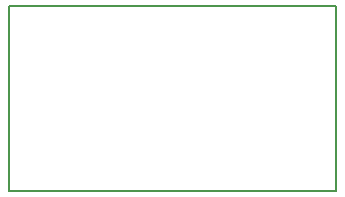
<source format=gm1>
G04 #@! TF.FileFunction,Profile,NP*
%FSLAX46Y46*%
G04 Gerber Fmt 4.6, Leading zero omitted, Abs format (unit mm)*
G04 Created by KiCad (PCBNEW 4.0.7) date 04/02/19 22:13:27*
%MOMM*%
%LPD*%
G01*
G04 APERTURE LIST*
%ADD10C,0.100000*%
%ADD11C,0.150000*%
G04 APERTURE END LIST*
D10*
D11*
X169725000Y-118983000D02*
X169725000Y-116200000D01*
X142073000Y-118983000D02*
X169725000Y-118983000D01*
X142073000Y-103254000D02*
X142073000Y-118983000D01*
X169725000Y-103254000D02*
X142073000Y-103254000D01*
X169725000Y-116200000D02*
X169725000Y-103254000D01*
M02*

</source>
